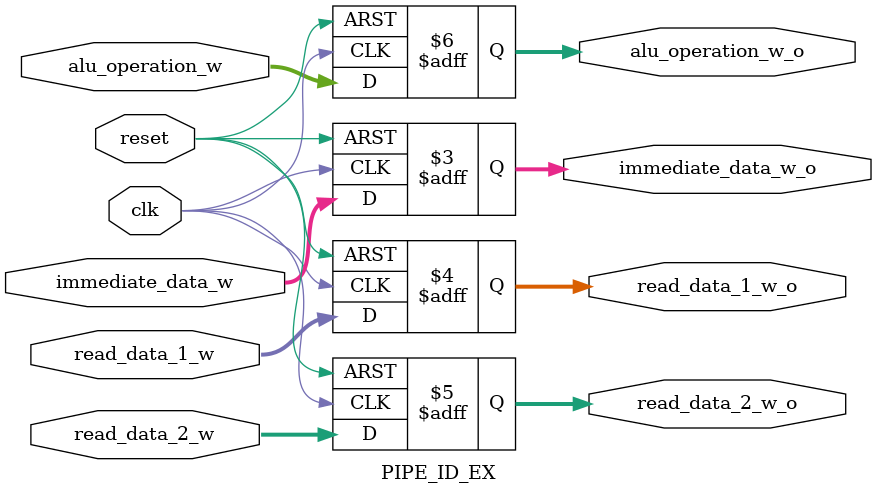
<source format=v>
module PIPE_ID_EX
(
	input clk,
	input reset,
	input [31:0] immediate_data_w,
	input [31:0] read_data_1_w,
	input [31:0] read_data_2_w,
	input [3:0] alu_operation_w,

	output reg [31:0] immediate_data_w_o,
	output reg [31:0] read_data_1_w_o,
	output reg [31:0] read_data_2_w_o,
	output reg [3:0] alu_operation_w_o
);

always @(negedge reset or posedge clk)
	begin
		if (reset == 0)
			begin
				immediate_data_w_o <= 0;
				read_data_1_w_o <= 0;
				read_data_2_w_o <= 0;
				alu_operation_w_o <= 0;
			end
		else
			begin
				immediate_data_w_o <= immediate_data_w;
				read_data_1_w_o <= read_data_1_w;
				read_data_2_w_o <= read_data_2_w;
				alu_operation_w_o <= alu_operation_w;
			end
	end

endmodule
</source>
